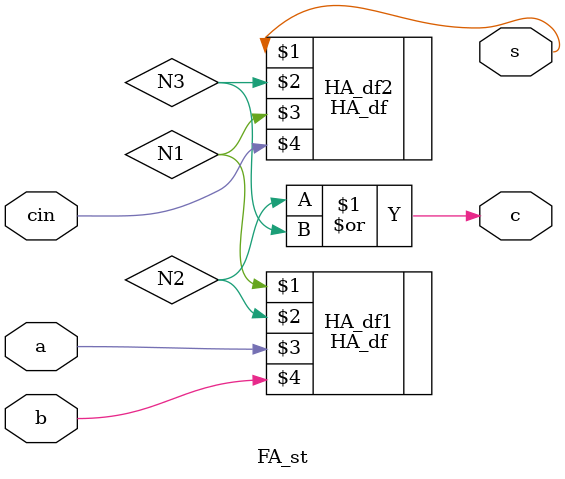
<source format=v>

module FA_st(s,c,a,b,cin);

input	a,b,cin;
output	s,c;

wire 	N1,N2,N3;

HA_df	HA_df1(N1,N2,a,b);
HA_df	HA_df2(s,N3,N1,cin);

or		or1(c,N2,N3);

endmodule
</source>
